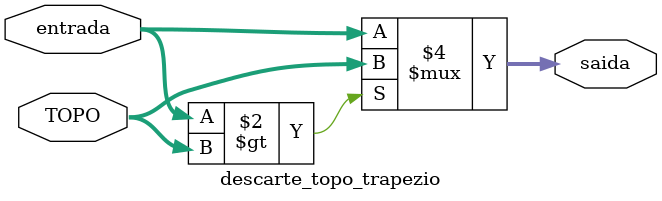
<source format=v>
module descarte_topo_trapezio( entrada, TOPO, saida);
input [31:0] entrada, TOPO;
output reg [31:0] saida;


always @ (entrada,TOPO)
if (entrada>TOPO)
saida <= TOPO;
else saida <= entrada;
endmodule

</source>
